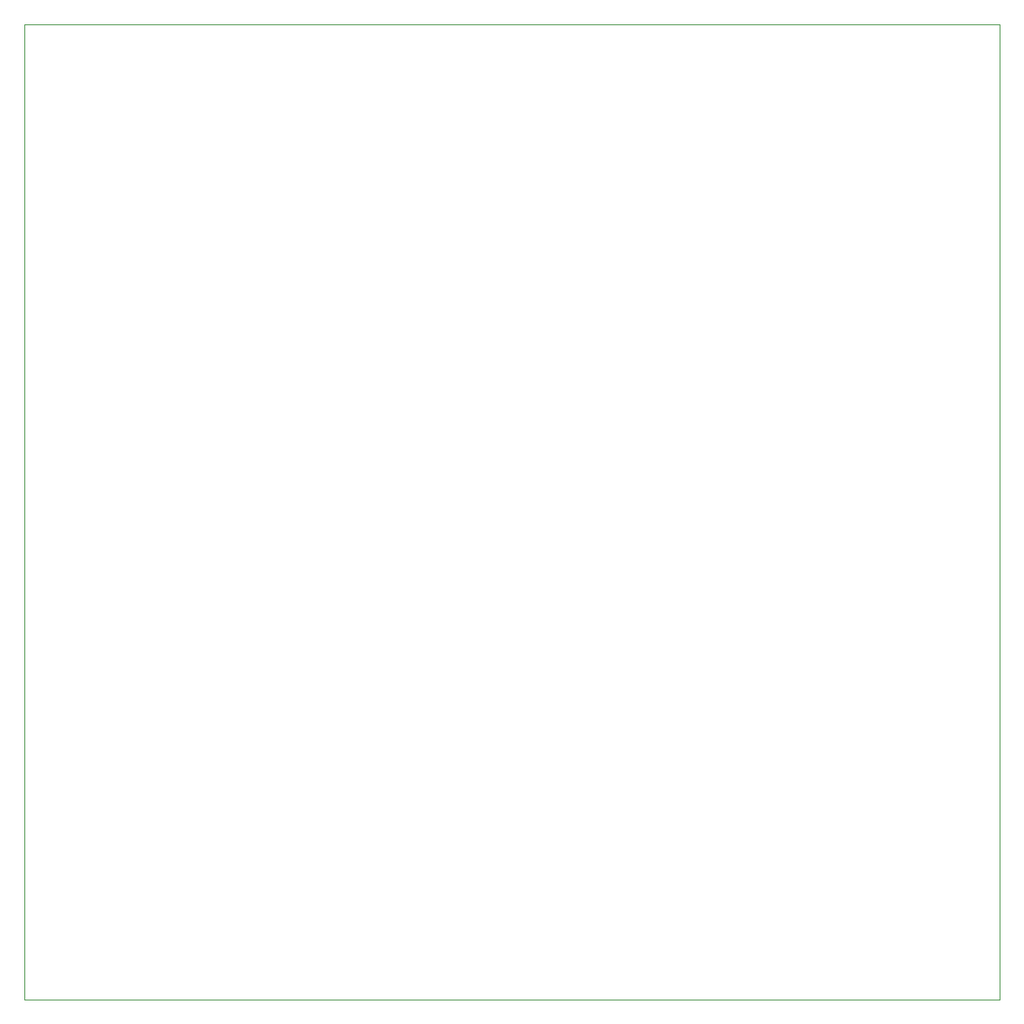
<source format=gm1>
G04 #@! TF.GenerationSoftware,KiCad,Pcbnew,6.0.4-6f826c9f35~116~ubuntu18.04.1*
G04 #@! TF.CreationDate,2023-06-15T13:07:36+01:00*
G04 #@! TF.ProjectId,sbc09,73626330-392e-46b6-9963-61645f706362,rev?*
G04 #@! TF.SameCoordinates,Original*
G04 #@! TF.FileFunction,Profile,NP*
%FSLAX46Y46*%
G04 Gerber Fmt 4.6, Leading zero omitted, Abs format (unit mm)*
G04 Created by KiCad (PCBNEW 6.0.4-6f826c9f35~116~ubuntu18.04.1) date 2023-06-15 13:07:36*
%MOMM*%
%LPD*%
G01*
G04 APERTURE LIST*
G04 #@! TA.AperFunction,Profile*
%ADD10C,0.050000*%
G04 #@! TD*
G04 APERTURE END LIST*
D10*
X95250000Y-44450000D02*
X196850000Y-44450000D01*
X196850000Y-44450000D02*
X196850000Y-146050000D01*
X196850000Y-146050000D02*
X95250000Y-146050000D01*
X95250000Y-146050000D02*
X95250000Y-44450000D01*
M02*

</source>
